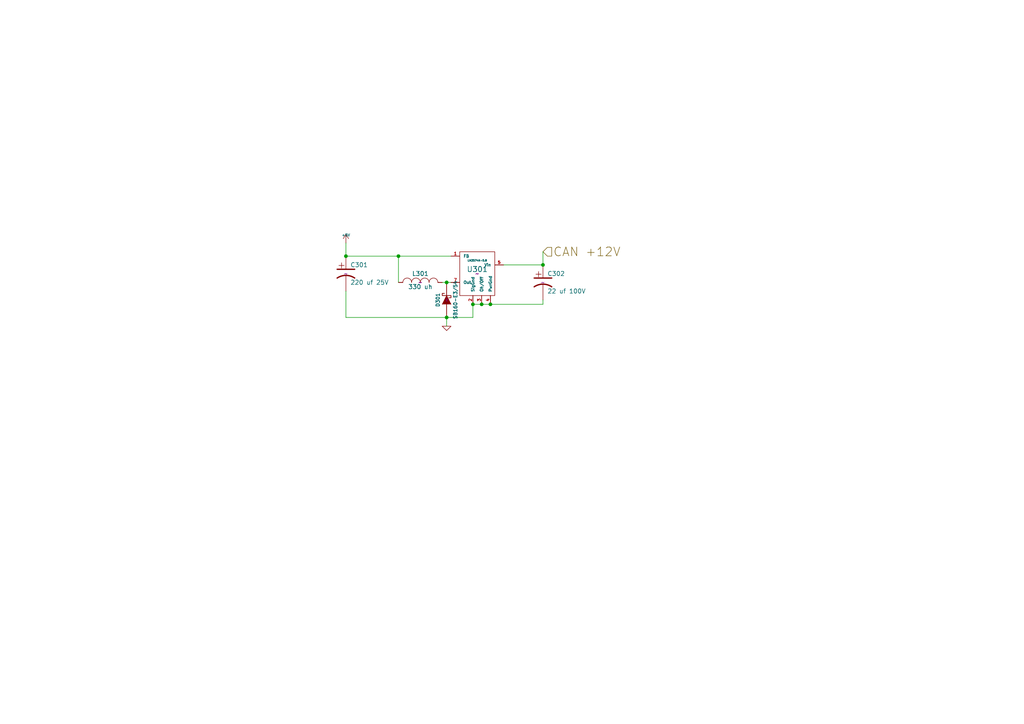
<source format=kicad_sch>
(kicad_sch (version 20211123) (generator eeschema)
  (paper "A4")
  (lib_symbols
    (symbol "ESP32-PWMHalfSiding-rescue:+5V" (power) (pin_names (offset 0))
      (property "Value" "+5V" (at 0 3.556 0))
      (symbol "+5V_0_1"
        (polyline (pts (xy -0.762 1.27) (xy 0 2.54)))
        (polyline (pts (xy 0 0) (xy 0 2.54)))
        (polyline (pts (xy 0 2.54) (xy 0.762 1.27)))
      )
      (symbol "+5V_1_1"
        (pin power_in line (at 0 0 90) (length 0) hide (name "+5V") (number "1"))
      )
    )
    (symbol "ESP32-PWMHalfSiding-rescue:CP1-RESCUE-ESP32-PWMHalfSiding" (pin_numbers hide) (pin_names (offset 0.254) hide)
      (property "Reference" "C" (at 1.27 2.54 0))
      (property "Value" "CP1-RESCUE-ESP32-PWMHalfSiding" (at 1.27 -2.54 0))
      (symbol "CP1-RESCUE-ESP32-PWMHalfSiding_0_0"
        (text "+" (at -1.27 2.54 0) (effects (font (size 2.032 2.032))))
      )
      (symbol "CP1-RESCUE-ESP32-PWMHalfSiding_0_1"
        (polyline (pts (xy -2.54 1.27) (xy 2.54 1.27) (xy 1.27 1.27) (xy 1.27 1.27)) (stroke (width 0.381)))
        (arc (start 2.54 -1.27) (mid 0 -0.5009) (end -2.54 -1.27) (stroke (width 0.381)))
      )
      (symbol "CP1-RESCUE-ESP32-PWMHalfSiding_1_1"
        (pin passive line (at 0 5.08 270) (length 3.81) (name "~") (number "1"))
        (pin passive line (at 0 -5.08 90) (length 4.572) (name "~") (number "2"))
      )
    )
    (symbol "ESP32-PWMHalfSiding-rescue:DIODESCH" (pin_numbers hide) (pin_names (offset 1.016) hide)
      (property "Reference" "D" (at 0 2.54 0))
      (property "Value" "DIODESCH" (at 0 -2.54 0))
      (symbol "DIODESCH_0_1"
        (polyline (pts (xy -1.27 1.27) (xy 1.27 0) (xy -1.27 -1.27)) (fill (type outline)))
        (polyline (pts (xy 1.905 0.635) (xy 1.905 1.27) (xy 1.27 1.27) (xy 1.27 -1.27) (xy 0.635 -1.27) (xy 0.635 -0.635)) (stroke (width 0.2032)))
      )
      (symbol "DIODESCH_1_1"
        (pin passive line (at -5.08 0 0) (length 3.81) (name "A") (number "1"))
        (pin passive line (at 5.08 0 180) (length 3.81) (name "K") (number "2"))
      )
    )
    (symbol "ESP32-PWMHalfSiding-rescue:GND-RESCUE-ESP32-PWMHalfSiding" (power) (pin_names (offset 0))
      (symbol "GND-RESCUE-ESP32-PWMHalfSiding_0_1"
        (polyline (pts (xy -1.27 0) (xy 0 -1.27) (xy 1.27 0) (xy -1.27 0)))
      )
      (symbol "GND-RESCUE-ESP32-PWMHalfSiding_1_1"
        (pin power_in line (at 0 0 90) (length 0) hide (name "GND") (number "1"))
      )
    )
    (symbol "ESP32-PWMHalfSiding-rescue:INDUCTOR_SMALL" (pin_numbers hide) (pin_names (offset 0) hide)
      (property "Reference" "L" (at 0 2.54 0))
      (property "Value" "INDUCTOR_SMALL" (at 0 -1.27 0))
      (symbol "INDUCTOR_SMALL_0_1"
        (arc (start -2.54 0) (mid -3.81 1.27) (end -5.08 0))
        (arc (start 0 0) (mid -1.27 1.27) (end -2.54 0))
        (arc (start 2.54 0) (mid 1.27 1.27) (end 0 0))
        (arc (start 5.08 0) (mid 3.81 1.27) (end 2.54 0))
      )
      (symbol "INDUCTOR_SMALL_1_1"
        (pin input line (at -6.35 0 0) (length 1.27) (name "1") (number "1"))
        (pin input line (at 6.35 0 180) (length 1.27) (name "2") (number "2"))
      )
    )
    (symbol "ESP32-PWMHalfSiding-rescue:LM2574N-5.0" (pin_names (offset 1.016))
      (property "Reference" "U" (at 0 1.27 0))
      (property "Value" "LM2574N-5.0" (at 0 3.81 0))
      (symbol "LM2574N-5.0_0_1"
        (rectangle (start -5.08 6.35) (end 5.08 -6.35))
      )
      (symbol "LM2574N-5.0_1_1"
        (pin power_in line (at -7.62 5.08 0) (length 2.54) (name "FB") (number "1"))
        (pin power_out line (at -1.27 -8.89 90) (length 2.54) (name "SigGnd") (number "2"))
        (pin input line (at 1.27 -8.89 90) (length 2.54) (name "Oh/Off") (number "3"))
        (pin input line (at 3.81 -8.89 90) (length 2.54) (name "PwrGnd") (number "4"))
        (pin input line (at 7.62 2.54 180) (length 2.54) (name "Vin") (number "5"))
        (pin power_out line (at -7.62 -2.54 0) (length 2.54) (name "Out") (number "7"))
      )
    )
  )
  (junction (at 157.48 76.835))
  (junction (at 129.54 92.075))
  (junction (at 139.7 88.265))
  (junction (at 129.54 81.915))
  (junction (at 100.33 74.295))
  (junction (at 115.57 74.295))
  (junction (at 137.16 88.265))
  (junction (at 142.24 88.265))
  (wire (pts (xy 130.81 74.295) (xy 115.57 74.295)))
  (wire (pts (xy 157.48 73.025) (xy 157.48 76.835)))
  (wire (pts (xy 128.27 81.915) (xy 129.54 81.915)))
  (wire (pts (xy 115.57 74.295) (xy 100.33 74.295)))
  (wire (pts (xy 139.7 88.265) (xy 142.24 88.265)))
  (wire (pts (xy 115.57 81.915) (xy 115.57 74.295)))
  (wire (pts (xy 100.33 92.075) (xy 100.33 84.455)))
  (wire (pts (xy 129.54 81.915) (xy 130.81 81.915)))
  (wire (pts (xy 129.54 92.075) (xy 137.16 92.075)))
  (wire (pts (xy 142.24 88.265) (xy 157.48 88.265)))
  (wire (pts (xy 137.16 92.075) (xy 137.16 88.265)))
  (wire (pts (xy 157.48 88.265) (xy 157.48 86.995)))
  (wire (pts (xy 137.16 88.265) (xy 139.7 88.265)))
  (wire (pts (xy 157.48 76.835) (xy 146.05 76.835)))
  (wire (pts (xy 100.33 74.295) (xy 100.33 70.485)))
  (wire (pts (xy 129.54 92.075) (xy 129.54 94.615)))
  (wire (pts (xy 100.33 92.075) (xy 129.54 92.075)))
  (hierarchical_label "CAN +12V" (shape input) (at 157.48 73.025 0) (effects (font (size 2.54 2.54))))
  (symbol (lib_id "ESP32-PWMHalfSiding-rescue:INDUCTOR_SMALL") (at 121.92 81.915 0) (unit 1)
    (property "Reference" "L301" (at 121.92 79.375 0))
    (property "Value" "330 uh" (at 121.92 83.185 0))
    (property "Footprint" "PELowProfile:PE-LowProfile" (effects hide))
    (property "Datasheet" "~" (at 121.92 81.915 0) (effects (font (size 1.524 1.524))))
    (property "Mouser Part Number" "673-PE-52627NL" (effects hide))
  )
  (symbol (lib_id "ESP32-PWMHalfSiding-rescue:GND-RESCUE-ESP32-PWMHalfSiding") (at 129.54 94.615 0) (unit 1)
    (property "Reference" "#PWR0302" (effects hide))
    (property "Value" "GND" (effects hide))
  )
  (symbol (lib_id "ESP32-PWMHalfSiding-rescue:LM2574N-5.0") (at 138.43 79.375 0) (unit 1)
    (property "Reference" "U301" (at 138.43 78.105 0) (effects (font (size 1.524 1.524))))
    (property "Value" "LM2574N-5.0" (at 138.43 75.565 0) (effects (font (size 0.5334 0.5334))))
    (property "Footprint" "Package_DIP:DIP-8_W7.62mm" (effects hide))
    (property "Datasheet" "~" (at 138.43 79.375 0) (effects (font (size 1.524 1.524))))
    (property "Mouser Part Number" "926-LM2574N-5.0/NOPB" (effects hide))
  )
  (symbol (lib_id "ESP32-PWMHalfSiding-rescue:CP1-RESCUE-ESP32-PWMHalfSiding") (at 100.33 79.375 0) (unit 1)
    (property "Reference" "C301" (at 101.6 76.835 0) (effects (justify left)))
    (property "Value" "220 uf 25V" (at 101.6 81.915 0) (effects (justify left)))
    (property "Footprint" "Capacitor_THT:CP_Radial_D8.0mm_P3.50mm" (effects hide))
    (property "Datasheet" "~" (at 100.33 79.375 0) (effects (font (size 1.524 1.524))))
    (property "Mouser Part Number" " 140-REA221M1EBK0811P" (effects hide))
  )
  (symbol (lib_id "ESP32-PWMHalfSiding-rescue:+5V") (at 100.33 70.485 0) (unit 1)
    (property "Reference" "#PWR0301" (effects hide))
    (property "Value" "+5V" (at 100.33 68.199 0) (effects (font (size 0.762 0.762))))
  )
  (symbol (lib_id "ESP32-PWMHalfSiding-rescue:CP1-RESCUE-ESP32-PWMHalfSiding") (at 157.48 81.915 0) (unit 1)
    (property "Reference" "C302" (at 158.75 79.375 0) (effects (justify left)))
    (property "Value" "22 uf 100V" (at 158.75 84.455 0) (effects (justify left)))
    (property "Footprint" "Capacitor_THT:CP_Radial_D8.0mm_P3.50mm" (effects hide))
    (property "Datasheet" "~" (at 157.48 81.915 0) (effects (font (size 1.524 1.524))))
    (property "Mouser Part Number" " 140-REA220M2ABK0811P" (effects hide))
  )
  (symbol (lib_id "ESP32-PWMHalfSiding-rescue:DIODESCH") (at 129.54 86.995 90) (unit 1)
    (property "Reference" "D301" (at 127 86.995 0) (effects (font (size 1.016 1.016))))
    (property "Value" "SB160-E3/54" (at 132.08 86.995 0) (effects (font (size 1.016 1.016))))
    (property "Footprint" "Diode_THT:D_DO-41_SOD81_P7.62mm_Horizontal" (effects hide))
    (property "Datasheet" "~" (at 129.54 86.995 0) (effects (font (size 1.524 1.524))))
    (property "Mouser Part Number" "625-SB160-E3" (effects hide))
  )
)
</source>
